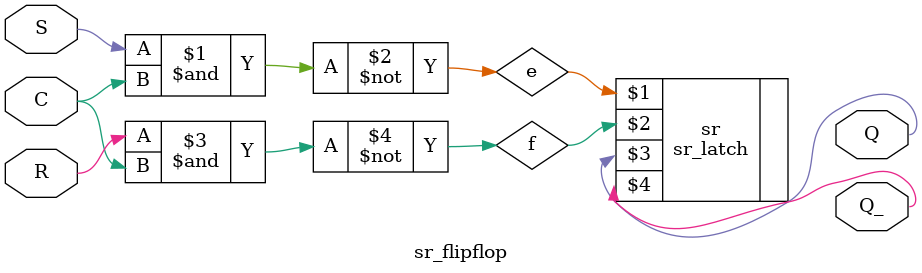
<source format=v>

module sr_flipflop(S, R, C, Q, Q_);
	input S, R, C;
	output Q, Q_;
	wire e, f;
	nand n1(e, S, C);
	nand n2(f, R, C);
	sr_latch sr(e, f, Q, Q_);
endmodule

</source>
